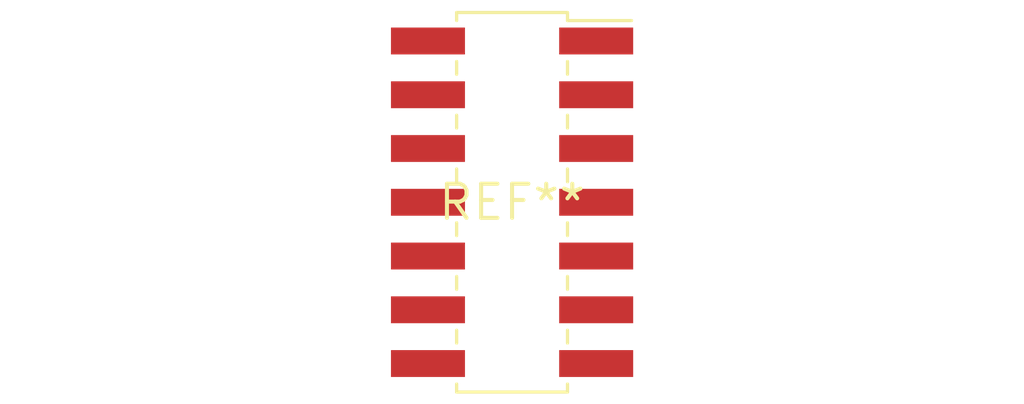
<source format=kicad_pcb>
(kicad_pcb (version 20240108) (generator pcbnew)
  (layers (0 "F.Cu" signal) (31 "B.Cu" signal) (34 "B.Paste" user) (35 "F.Paste" user) (36 "B.SilkS" user "B.Silkscreen") (37 "F.SilkS" user "F.Silkscreen") (38 "B.Mask" user) (39 "F.Mask" user) (44 "Edge.Cuts" user))
  (net 0 "")
  (footprint "PinSocket_2x07_P2.00mm_Vertical_SMD" (layer "F.Cu") (at 0 0)
    (property "Reference" "REF**")
    (property "Value" "PinSocket_2x07_P2.00mm_Vertical_SMD")
    (fp_line (start -2.06 -7.06) (end -2.06 -6.76) (layer "F.SilkS") (stroke (width 0.12)))
    (fp_line (start -2.06 -7.06) (end 2.06 -7.06) (layer "F.SilkS") (stroke (width 0.12)))
    (fp_line (start -2.06 -5.24) (end -2.06 -4.76) (layer "F.SilkS") (stroke (width 0.12)))
    (fp_line (start -2.06 -3.24) (end -2.06 -2.76) (layer "F.SilkS") (stroke (width 0.12)))
    (fp_line (start -2.06 -1.24) (end -2.06 -0.76) (layer "F.SilkS") (stroke (width 0.12)))
    (fp_line (start -2.06 0.76) (end -2.06 1.24) (layer "F.SilkS") (stroke (width 0.12)))
    (fp_line (start -2.06 2.76) (end -2.06 3.24) (layer "F.SilkS") (stroke (width 0.12)))
    (fp_line (start -2.06 4.76) (end -2.06 5.24) (layer "F.SilkS") (stroke (width 0.12)))
    (fp_line (start -2.06 6.76) (end -2.06 7.06) (layer "F.SilkS") (stroke (width 0.12)))
    (fp_line (start -2.06 7.06) (end 2.06 7.06) (layer "F.SilkS") (stroke (width 0.12)))
    (fp_line (start 2.06 -7.06) (end 2.06 -6.76) (layer "F.SilkS") (stroke (width 0.12)))
    (fp_line (start 2.06 -6.76) (end 4.44 -6.76) (layer "F.SilkS") (stroke (width 0.12)))
    (fp_line (start 2.06 -5.24) (end 2.06 -4.76) (layer "F.SilkS") (stroke (width 0.12)))
    (fp_line (start 2.06 -3.24) (end 2.06 -2.76) (layer "F.SilkS") (stroke (width 0.12)))
    (fp_line (start 2.06 -1.24) (end 2.06 -0.76) (layer "F.SilkS") (stroke (width 0.12)))
    (fp_line (start 2.06 0.76) (end 2.06 1.24) (layer "F.SilkS") (stroke (width 0.12)))
    (fp_line (start 2.06 2.76) (end 2.06 3.24) (layer "F.SilkS") (stroke (width 0.12)))
    (fp_line (start 2.06 4.76) (end 2.06 5.24) (layer "F.SilkS") (stroke (width 0.12)))
    (fp_line (start 2.06 6.76) (end 2.06 7.06) (layer "F.SilkS") (stroke (width 0.12)))
    (pad "1" smd rect (at 3.125 -6) (size 2.75 1) (layers "F.Cu" "F.Paste" "F.Mask"))
    (pad "2" smd rect (at -3.125 -6) (size 2.75 1) (layers "F.Cu" "F.Paste" "F.Mask"))
    (pad "3" smd rect (at 3.125 -4) (size 2.75 1) (layers "F.Cu" "F.Paste" "F.Mask"))
    (pad "4" smd rect (at -3.125 -4) (size 2.75 1) (layers "F.Cu" "F.Paste" "F.Mask"))
    (pad "5" smd rect (at 3.125 -2) (size 2.75 1) (layers "F.Cu" "F.Paste" "F.Mask"))
    (pad "6" smd rect (at -3.125 -2) (size 2.75 1) (layers "F.Cu" "F.Paste" "F.Mask"))
    (pad "7" smd rect (at 3.125 0) (size 2.75 1) (layers "F.Cu" "F.Paste" "F.Mask"))
    (pad "8" smd rect (at -3.125 0) (size 2.75 1) (layers "F.Cu" "F.Paste" "F.Mask"))
    (pad "9" smd rect (at 3.125 2) (size 2.75 1) (layers "F.Cu" "F.Paste" "F.Mask"))
    (pad "10" smd rect (at -3.125 2) (size 2.75 1) (layers "F.Cu" "F.Paste" "F.Mask"))
    (pad "11" smd rect (at 3.125 4) (size 2.75 1) (layers "F.Cu" "F.Paste" "F.Mask"))
    (pad "12" smd rect (at -3.125 4) (size 2.75 1) (layers "F.Cu" "F.Paste" "F.Mask"))
    (pad "13" smd rect (at 3.125 6) (size 2.75 1) (layers "F.Cu" "F.Paste" "F.Mask"))
    (pad "14" smd rect (at -3.125 6) (size 2.75 1) (layers "F.Cu" "F.Paste" "F.Mask"))
  )
)
</source>
